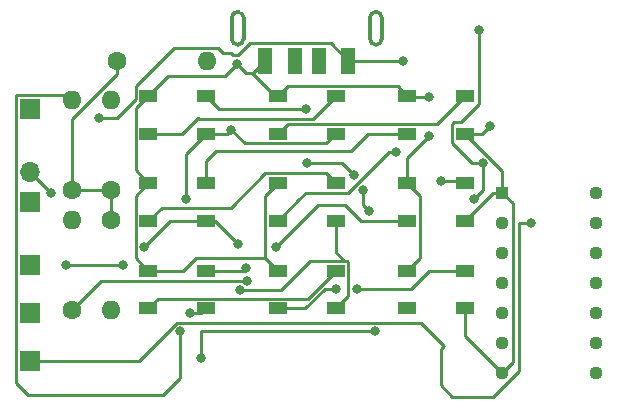
<source format=gbr>
%TF.GenerationSoftware,KiCad,Pcbnew,(6.0.5)*%
%TF.CreationDate,2022-11-09T18:14:35+05:30*%
%TF.ProjectId,USBNightLightV1,5553424e-6967-4687-944c-696768745631,rev?*%
%TF.SameCoordinates,Original*%
%TF.FileFunction,Copper,L1,Top*%
%TF.FilePolarity,Positive*%
%FSLAX46Y46*%
G04 Gerber Fmt 4.6, Leading zero omitted, Abs format (unit mm)*
G04 Created by KiCad (PCBNEW (6.0.5)) date 2022-11-09 18:14:35*
%MOMM*%
%LPD*%
G01*
G04 APERTURE LIST*
%TA.AperFunction,EtchedComponent*%
%ADD10C,0.300000*%
%TD*%
%TA.AperFunction,SMDPad,CuDef*%
%ADD11R,1.500000X1.000000*%
%TD*%
%TA.AperFunction,ComponentPad*%
%ADD12R,1.700000X1.700000*%
%TD*%
%TA.AperFunction,ComponentPad*%
%ADD13O,1.700000X1.700000*%
%TD*%
%TA.AperFunction,ComponentPad*%
%ADD14C,1.600000*%
%TD*%
%TA.AperFunction,ComponentPad*%
%ADD15O,1.600000X1.600000*%
%TD*%
%TA.AperFunction,ComponentPad*%
%ADD16R,1.130000X1.130000*%
%TD*%
%TA.AperFunction,ComponentPad*%
%ADD17C,1.130000*%
%TD*%
%TA.AperFunction,SMDPad,CuDef*%
%ADD18R,1.200000X2.300000*%
%TD*%
%TA.AperFunction,SMDPad,CuDef*%
%ADD19R,0.200000X0.200000*%
%TD*%
%TA.AperFunction,ViaPad*%
%ADD20C,0.800000*%
%TD*%
%TA.AperFunction,Conductor*%
%ADD21C,0.250000*%
%TD*%
G04 APERTURE END LIST*
D10*
%TO.C,J1*%
X148919025Y-71296100D02*
X148919025Y-69496100D01*
X149919025Y-69496100D02*
X149919025Y-71296100D01*
X137219025Y-71296100D02*
X137219025Y-69496100D01*
X138219025Y-69496100D02*
X138219025Y-71296100D01*
X149919025Y-69496100D02*
G75*
G03*
X149419025Y-68996100I-500001J-1D01*
G01*
X148919025Y-71296100D02*
G75*
G03*
X149419025Y-71796100I500001J1D01*
G01*
X149419025Y-68996100D02*
G75*
G03*
X148919025Y-69496100I1J-500001D01*
G01*
X149419025Y-71796100D02*
G75*
G03*
X149919025Y-71296100I-1J500001D01*
G01*
X137719025Y-71796100D02*
G75*
G03*
X138219025Y-71296100I0J500000D01*
G01*
X137219025Y-71296100D02*
G75*
G03*
X137719025Y-71796100I500000J0D01*
G01*
X138219025Y-69496100D02*
G75*
G03*
X137719025Y-68996100I-500000J0D01*
G01*
X137719025Y-68996100D02*
G75*
G03*
X137219025Y-69496100I0J-500000D01*
G01*
%TD*%
D11*
%TO.P,D5,1,VSS*%
%TO.N,GND*%
X146019000Y-86713000D03*
%TO.P,D5,2,DIN*%
%TO.N,Net-(D4-Pad4)*%
X146019000Y-83513000D03*
%TO.P,D5,3,VDD*%
%TO.N,VCC*%
X141119000Y-83513000D03*
%TO.P,D5,4,DOUT*%
%TO.N,Net-(D5-Pad4)*%
X141119000Y-86713000D03*
%TD*%
%TO.P,D3,1,VSS*%
%TO.N,GND*%
X156978000Y-79313000D03*
%TO.P,D3,2,DIN*%
%TO.N,Net-(D2-Pad4)*%
X156978000Y-76113000D03*
%TO.P,D3,3,VDD*%
%TO.N,VCC*%
X152078000Y-76113000D03*
%TO.P,D3,4,DOUT*%
%TO.N,Net-(D3-Pad4)*%
X152078000Y-79313000D03*
%TD*%
D12*
%TO.P,J5,1,Pin_1*%
%TO.N,GPIO0*%
X120142000Y-85095000D03*
D13*
%TO.P,J5,2,Pin_2*%
%TO.N,GND*%
X120142000Y-82555000D03*
%TD*%
D11*
%TO.P,D4,1,VSS*%
%TO.N,GND*%
X135060000Y-86713000D03*
%TO.P,D4,2,DIN*%
%TO.N,Net-(D3-Pad4)*%
X135060000Y-83513000D03*
%TO.P,D4,3,VDD*%
%TO.N,VCC*%
X130160000Y-83513000D03*
%TO.P,D4,4,DOUT*%
%TO.N,Net-(D4-Pad4)*%
X130160000Y-86713000D03*
%TD*%
%TO.P,D8,1,VSS*%
%TO.N,GND*%
X146019000Y-94113000D03*
%TO.P,D8,2,DIN*%
%TO.N,Net-(D7-Pad4)*%
X146019000Y-90913000D03*
%TO.P,D8,3,VDD*%
%TO.N,VCC*%
X141119000Y-90913000D03*
%TO.P,D8,4,DOUT*%
%TO.N,Net-(D8-Pad4)*%
X141119000Y-94113000D03*
%TD*%
%TO.P,D2,1,VSS*%
%TO.N,GND*%
X146019000Y-79313000D03*
%TO.P,D2,2,DIN*%
%TO.N,Net-(D1-Pad4)*%
X146019000Y-76113000D03*
%TO.P,D2,3,VDD*%
%TO.N,VCC*%
X141119000Y-76113000D03*
%TO.P,D2,4,DOUT*%
%TO.N,Net-(D2-Pad4)*%
X141119000Y-79313000D03*
%TD*%
D14*
%TO.P,R3,1*%
%TO.N,3.3V*%
X127000000Y-84074000D03*
D15*
%TO.P,R3,2*%
%TO.N,GPIO0*%
X127000000Y-76454000D03*
%TD*%
D12*
%TO.P,J4,1,Pin_1*%
%TO.N,Net-(J4-Pad1)*%
X120142000Y-94488000D03*
%TD*%
D16*
%TO.P,IC1,1,1~{OE}*%
%TO.N,GND*%
X160114000Y-84328000D03*
D17*
%TO.P,IC1,2,1A*%
%TO.N,DataI{slash}P*%
X160114000Y-86868000D03*
%TO.P,IC1,3,1Y*%
%TO.N,DataO{slash}P*%
X160114000Y-89408000D03*
%TO.P,IC1,4,2~{OE}*%
%TO.N,unconnected-(IC1-Pad4)*%
X160114000Y-91948000D03*
%TO.P,IC1,5,2A*%
%TO.N,unconnected-(IC1-Pad5)*%
X160114000Y-94488000D03*
%TO.P,IC1,6,2Y*%
%TO.N,unconnected-(IC1-Pad6)*%
X160114000Y-97028000D03*
%TO.P,IC1,7,GND*%
%TO.N,GND*%
X160114000Y-99568000D03*
%TO.P,IC1,8,3Y*%
%TO.N,unconnected-(IC1-Pad8)*%
X168054000Y-99568000D03*
%TO.P,IC1,9,3A*%
%TO.N,unconnected-(IC1-Pad9)*%
X168054000Y-97028000D03*
%TO.P,IC1,10,3~{OE}*%
%TO.N,unconnected-(IC1-Pad10)*%
X168054000Y-94488000D03*
%TO.P,IC1,11,4Y*%
%TO.N,unconnected-(IC1-Pad11)*%
X168054000Y-91948000D03*
%TO.P,IC1,12,4A*%
%TO.N,unconnected-(IC1-Pad12)*%
X168054000Y-89408000D03*
%TO.P,IC1,13,4~{OE}*%
%TO.N,unconnected-(IC1-Pad13)*%
X168054000Y-86868000D03*
%TO.P,IC1,14,VCC*%
%TO.N,VCC*%
X168054000Y-84328000D03*
%TD*%
D12*
%TO.P,J3,1,Pin_1*%
%TO.N,Net-(J3-Pad1)*%
X120142000Y-90424000D03*
%TD*%
D14*
%TO.P,R4,1*%
%TO.N,Net-(R4-Pad1)*%
X123698000Y-94234000D03*
D15*
%TO.P,R4,2*%
%TO.N,GND*%
X123698000Y-86614000D03*
%TD*%
D12*
%TO.P,J2,1,Pin_1*%
%TO.N,Net-(J2-Pad1)*%
X120142000Y-77216000D03*
%TD*%
D11*
%TO.P,D9,1,VSS*%
%TO.N,GND*%
X156978000Y-94113000D03*
%TO.P,D9,2,DIN*%
%TO.N,Net-(D8-Pad4)*%
X156978000Y-90913000D03*
%TO.P,D9,3,VDD*%
%TO.N,VCC*%
X152078000Y-90913000D03*
%TO.P,D9,4,DOUT*%
%TO.N,unconnected-(D9-Pad4)*%
X152078000Y-94113000D03*
%TD*%
%TO.P,D6,1,VSS*%
%TO.N,GND*%
X156978000Y-86713000D03*
%TO.P,D6,2,DIN*%
%TO.N,Net-(D5-Pad4)*%
X156978000Y-83513000D03*
%TO.P,D6,3,VDD*%
%TO.N,VCC*%
X152078000Y-83513000D03*
%TO.P,D6,4,DOUT*%
%TO.N,Net-(D6-Pad4)*%
X152078000Y-86713000D03*
%TD*%
D14*
%TO.P,R2,1*%
%TO.N,3.3V*%
X123698000Y-84074000D03*
D15*
%TO.P,R2,2*%
%TO.N,Net-(R2-Pad2)*%
X123698000Y-76454000D03*
%TD*%
D14*
%TO.P,R5,1*%
%TO.N,3.3V*%
X127508000Y-73152000D03*
D15*
%TO.P,R5,2*%
%TO.N,Net-(J4-Pad1)*%
X135128000Y-73152000D03*
%TD*%
D18*
%TO.P,J1,1,VBUS*%
%TO.N,VCC*%
X140069025Y-73146100D03*
%TO.P,J1,2,D-*%
%TO.N,unconnected-(J1-Pad2)*%
X142569025Y-73146100D03*
%TO.P,J1,3,D+*%
%TO.N,unconnected-(J1-Pad3)*%
X144569025Y-73146100D03*
%TO.P,J1,4,GND*%
%TO.N,GND*%
X147069025Y-73146100D03*
D19*
%TO.P,J1,5,SHIELD*%
X149419025Y-71796100D03*
%TO.P,J1,6,SHIELD*%
X137719025Y-71796100D03*
%TD*%
D11*
%TO.P,D1,1,VSS*%
%TO.N,GND*%
X135060000Y-79313000D03*
%TO.P,D1,2,DIN*%
%TO.N,DataO{slash}P*%
X135060000Y-76113000D03*
%TO.P,D1,3,VDD*%
%TO.N,VCC*%
X130160000Y-76113000D03*
%TO.P,D1,4,DOUT*%
%TO.N,Net-(D1-Pad4)*%
X130160000Y-79313000D03*
%TD*%
%TO.P,D7,1,VSS*%
%TO.N,GND*%
X135060000Y-94113000D03*
%TO.P,D7,2,DIN*%
%TO.N,Net-(D6-Pad4)*%
X135060000Y-90913000D03*
%TO.P,D7,3,VDD*%
%TO.N,VCC*%
X130160000Y-90913000D03*
%TO.P,D7,4,DOUT*%
%TO.N,Net-(D7-Pad4)*%
X130160000Y-94113000D03*
%TD*%
D12*
%TO.P,J6,1,Pin_1*%
%TO.N,DataI{slash}P*%
X120142000Y-98552000D03*
%TD*%
D14*
%TO.P,R1,1*%
%TO.N,3.3V*%
X127000000Y-86614000D03*
D15*
%TO.P,R1,2*%
%TO.N,Net-(R1-Pad2)*%
X127000000Y-94234000D03*
%TD*%
D20*
%TO.N,GND*%
X159060000Y-78650000D03*
%TO.N,Net-(J4-Pad1)*%
X158170000Y-70510000D03*
%TO.N,GND*%
X151675900Y-73146100D03*
%TO.N,VCC*%
X137668000Y-73406000D03*
X153924000Y-76200000D03*
X153924000Y-79502000D03*
%TO.N,GND*%
X137774162Y-88689269D03*
X133350000Y-84836000D03*
X121926799Y-84334799D03*
X137160000Y-78994000D03*
X125984000Y-77978000D03*
X133667312Y-94539286D03*
X129809989Y-88900000D03*
X137922000Y-92563989D03*
%TO.N,DataO{slash}P*%
X143510000Y-77216000D03*
%TO.N,Net-(D5-Pad4)*%
X151130000Y-80863498D03*
X154940000Y-83312000D03*
%TO.N,Net-(D6-Pad4)*%
X140970000Y-88900000D03*
X138430000Y-90678000D03*
%TO.N,Net-(D8-Pad4)*%
X147818011Y-92456000D03*
X146050000Y-92456000D03*
%TO.N,DataI{slash}P*%
X162560000Y-86868000D03*
%TO.N,Net-(J2-Pad1)*%
X134620000Y-98298000D03*
X149352000Y-96063011D03*
%TO.N,Net-(J3-Pad1)*%
X148340299Y-84078299D03*
X123190000Y-90424000D03*
X143624850Y-81813982D03*
X148844000Y-85852000D03*
X147569701Y-82799701D03*
X128016000Y-90424000D03*
%TO.N,Net-(J4-Pad1)*%
X158462201Y-81821799D03*
X157734000Y-84836000D03*
%TO.N,Net-(R2-Pad2)*%
X132842000Y-96063011D03*
%TO.N,Net-(R4-Pad1)*%
X138528649Y-91769646D03*
%TD*%
D21*
%TO.N,GND*%
X158397000Y-79313000D02*
X159060000Y-78650000D01*
X156978000Y-79313000D02*
X158397000Y-79313000D01*
%TO.N,Net-(J4-Pad1)*%
X157587777Y-81821799D02*
X158462201Y-81821799D01*
X155903489Y-80137511D02*
X157587777Y-81821799D01*
X156051978Y-78340000D02*
X155903489Y-78488489D01*
X158170000Y-76820022D02*
X156650022Y-78340000D01*
X156650022Y-78340000D02*
X156051978Y-78340000D01*
X158170000Y-70510000D02*
X158170000Y-76820022D01*
X155903489Y-78488489D02*
X155903489Y-80137511D01*
%TO.N,VCC*%
X152078000Y-83513000D02*
X152078000Y-81348000D01*
X130160000Y-83513000D02*
X129085489Y-84587511D01*
X140044489Y-89838489D02*
X140044489Y-84587511D01*
X141943511Y-75288489D02*
X141119000Y-76113000D01*
X131851000Y-74422000D02*
X136652000Y-74422000D01*
X152078000Y-81348000D02*
X153924000Y-79502000D01*
X151253489Y-75288489D02*
X141943511Y-75288489D01*
X129085489Y-77187511D02*
X130160000Y-76113000D01*
X136652000Y-74422000D02*
X137668000Y-73406000D01*
X129085489Y-84587511D02*
X129085489Y-89838489D01*
X138938000Y-74168000D02*
X139047125Y-74168000D01*
X153924000Y-76200000D02*
X152165000Y-76200000D01*
X129085489Y-89838489D02*
X130160000Y-90913000D01*
X130160000Y-76113000D02*
X131851000Y-74422000D01*
X152078000Y-83513000D02*
X153152511Y-84587511D01*
X134189511Y-89838489D02*
X140044489Y-89838489D01*
X153152511Y-89838489D02*
X152078000Y-90913000D01*
X153152511Y-84587511D02*
X153152511Y-89838489D01*
X130160000Y-83513000D02*
X129085489Y-82438489D01*
X152165000Y-76200000D02*
X152078000Y-76113000D01*
X139047125Y-74168000D02*
X140069025Y-73146100D01*
X140044489Y-84587511D02*
X141119000Y-83513000D01*
X141119000Y-90913000D02*
X140044489Y-89838489D01*
X130160000Y-90913000D02*
X133115000Y-90913000D01*
X152078000Y-76113000D02*
X151253489Y-75288489D01*
X141119000Y-76113000D02*
X140883000Y-76113000D01*
X133115000Y-90913000D02*
X134189511Y-89838489D01*
X140883000Y-76113000D02*
X138938000Y-74168000D01*
X138430000Y-74168000D02*
X138938000Y-74168000D01*
X137668000Y-73406000D02*
X138430000Y-74168000D01*
X129085489Y-82438489D02*
X129085489Y-77187511D01*
%TO.N,GND*%
X161003511Y-98678489D02*
X161003511Y-85217511D01*
X156978000Y-94113000D02*
X156978000Y-96432000D01*
X160114000Y-84328000D02*
X160114000Y-82449000D01*
X147093511Y-93038489D02*
X147093511Y-90197511D01*
X125984000Y-77978000D02*
X127508000Y-77978000D01*
X131996989Y-86713000D02*
X129809989Y-88900000D01*
X136500326Y-72492326D02*
X137131117Y-72492326D01*
X143845511Y-90088489D02*
X141370011Y-92563989D01*
X138303511Y-80137511D02*
X137160000Y-78994000D01*
X129085489Y-76400511D02*
X129085489Y-75288489D01*
X132346489Y-72027489D02*
X136035489Y-72027489D01*
X145594514Y-71671589D02*
X138726675Y-71671589D01*
X160114000Y-82449000D02*
X156978000Y-79313000D01*
X135797893Y-86713000D02*
X137774162Y-88689269D01*
X121926799Y-84334799D02*
X121921799Y-84334799D01*
X137131117Y-72492326D02*
X137282791Y-72644000D01*
X135060000Y-79313000D02*
X136841000Y-79313000D01*
X160114000Y-99568000D02*
X161003511Y-98678489D01*
X133350000Y-81023000D02*
X133350000Y-84836000D01*
X146984489Y-90088489D02*
X146730489Y-90088489D01*
X161003511Y-85217511D02*
X160114000Y-84328000D01*
X129085489Y-75288489D02*
X132346489Y-72027489D01*
X146019000Y-79313000D02*
X145194489Y-80137511D01*
X146019000Y-94113000D02*
X147093511Y-93038489D01*
X145194489Y-80137511D02*
X138303511Y-80137511D01*
X159363000Y-84328000D02*
X156978000Y-86713000D01*
X138726675Y-71671589D02*
X137754264Y-72644000D01*
X135060000Y-86713000D02*
X131996989Y-86713000D01*
X134633714Y-94539286D02*
X135060000Y-94113000D01*
X127508000Y-77978000D02*
X129085489Y-76400511D01*
X136035489Y-72027489D02*
X136500326Y-72492326D01*
X160114000Y-84328000D02*
X159363000Y-84328000D01*
X135060000Y-79313000D02*
X133350000Y-81023000D01*
X133667312Y-94539286D02*
X134633714Y-94539286D01*
X141370011Y-92563989D02*
X137922000Y-92563989D01*
X147093511Y-90197511D02*
X146984489Y-90088489D01*
X146730489Y-90088489D02*
X143845511Y-90088489D01*
X146019000Y-86713000D02*
X146019000Y-89377000D01*
X121921799Y-84334799D02*
X120142000Y-82555000D01*
X137754264Y-72644000D02*
X137282791Y-72644000D01*
X136841000Y-79313000D02*
X137160000Y-78994000D01*
X151675900Y-73146100D02*
X147069025Y-73146100D01*
X135060000Y-86713000D02*
X135797893Y-86713000D01*
X156978000Y-96432000D02*
X160114000Y-99568000D01*
X146019000Y-89377000D02*
X146730489Y-90088489D01*
X147069025Y-73146100D02*
X145594514Y-71671589D01*
%TO.N,3.3V*%
X127000000Y-84074000D02*
X127000000Y-86614000D01*
X123698000Y-78093370D02*
X123698000Y-84074000D01*
X127508000Y-74283370D02*
X123698000Y-78093370D01*
X123698000Y-84074000D02*
X127000000Y-84074000D01*
X127508000Y-73152000D02*
X127508000Y-74283370D01*
%TO.N,DataO{slash}P*%
X135060000Y-76113000D02*
X136163000Y-77216000D01*
X136163000Y-77216000D02*
X143510000Y-77216000D01*
%TO.N,Net-(D1-Pad4)*%
X146019000Y-76113000D02*
X144093031Y-78038969D01*
X144093031Y-78038969D02*
X134435009Y-78038969D01*
X134366000Y-77978000D02*
X133031000Y-79313000D01*
X133031000Y-79313000D02*
X130160000Y-79313000D01*
X134435009Y-78038969D02*
X134374040Y-77978000D01*
X134374040Y-77978000D02*
X134366000Y-77978000D01*
%TO.N,Net-(D2-Pad4)*%
X154602511Y-78488489D02*
X141943511Y-78488489D01*
X141943511Y-78488489D02*
X141119000Y-79313000D01*
X156978000Y-76113000D02*
X154602511Y-78488489D01*
%TO.N,Net-(D3-Pad4)*%
X147320000Y-80772000D02*
X135890000Y-80772000D01*
X148779000Y-79313000D02*
X147320000Y-80772000D01*
X152078000Y-79313000D02*
X148779000Y-79313000D01*
X135890000Y-80772000D02*
X135060000Y-81602000D01*
X135060000Y-81602000D02*
X135060000Y-83513000D01*
%TO.N,Net-(D4-Pad4)*%
X140044489Y-82688489D02*
X145194489Y-82688489D01*
X137134978Y-85598000D02*
X140044489Y-82688489D01*
X131275000Y-85598000D02*
X137134978Y-85598000D01*
X130160000Y-86713000D02*
X131275000Y-85598000D01*
X145194489Y-82688489D02*
X146019000Y-83513000D01*
%TO.N,Net-(D5-Pad4)*%
X154940000Y-83312000D02*
X156777000Y-83312000D01*
X142937520Y-84894480D02*
X142943520Y-84894480D01*
X141119000Y-86713000D02*
X142937520Y-84894480D01*
X143510000Y-84328000D02*
X143519511Y-84337511D01*
X150530502Y-80863498D02*
X151130000Y-80863498D01*
X142943520Y-84894480D02*
X143510000Y-84328000D01*
X156777000Y-83312000D02*
X156978000Y-83513000D01*
X143519511Y-84337511D02*
X147056489Y-84337511D01*
X147056489Y-84337511D02*
X150530502Y-80863498D01*
%TO.N,Net-(D6-Pad4)*%
X138430000Y-90678000D02*
X138195000Y-90913000D01*
X144526000Y-85344000D02*
X140970000Y-88900000D01*
X152078000Y-86713000D02*
X148181000Y-86713000D01*
X148181000Y-86713000D02*
X146812000Y-85344000D01*
X138195000Y-90913000D02*
X135060000Y-90913000D01*
X146812000Y-85344000D02*
X144526000Y-85344000D01*
%TO.N,Net-(D7-Pad4)*%
X130984511Y-93288489D02*
X130160000Y-94113000D01*
X146019000Y-90913000D02*
X143643511Y-93288489D01*
X143643511Y-93288489D02*
X130984511Y-93288489D01*
%TO.N,Net-(D8-Pad4)*%
X152908000Y-91948000D02*
X152400000Y-92456000D01*
X152400000Y-92456000D02*
X147818011Y-92456000D01*
X153943000Y-90913000D02*
X152908000Y-91948000D01*
X145111718Y-92456000D02*
X146050000Y-92456000D01*
X156978000Y-90913000D02*
X153943000Y-90913000D01*
X141119000Y-94113000D02*
X143454718Y-94113000D01*
X143454718Y-94113000D02*
X145111718Y-92456000D01*
%TO.N,DataI{slash}P*%
X159339960Y-101600000D02*
X161544000Y-99395960D01*
X155899133Y-101600000D02*
X159339960Y-101600000D01*
X161544000Y-99395960D02*
X161544000Y-86868000D01*
X153250500Y-95338500D02*
X155194000Y-97282000D01*
X132541897Y-95338500D02*
X153250500Y-95338500D01*
X120142000Y-98552000D02*
X129328397Y-98552000D01*
X155194000Y-97282000D02*
X154940000Y-97536000D01*
X129328397Y-98552000D02*
X132541897Y-95338500D01*
X161544000Y-86868000D02*
X162560000Y-86868000D01*
X154940000Y-97536000D02*
X154940000Y-100640867D01*
X154940000Y-100640867D02*
X155899133Y-101600000D01*
%TO.N,Net-(J2-Pad1)*%
X134671011Y-96063011D02*
X134620000Y-96012000D01*
X134620000Y-96012000D02*
X134620000Y-98298000D01*
X149352000Y-96063011D02*
X134671011Y-96063011D01*
%TO.N,Net-(J3-Pad1)*%
X148340299Y-85348299D02*
X148844000Y-85852000D01*
X148340299Y-84078299D02*
X148340299Y-85348299D01*
X123190000Y-90424000D02*
X128016000Y-90424000D01*
X143624850Y-81813982D02*
X146583982Y-81813982D01*
X146583982Y-81813982D02*
X147569701Y-82799701D01*
%TO.N,Net-(J4-Pad1)*%
X157734000Y-84836000D02*
X158462201Y-84107799D01*
X158462201Y-84107799D02*
X158462201Y-81821799D01*
%TO.N,Net-(R2-Pad2)*%
X132842000Y-96063011D02*
X132842000Y-99996867D01*
X118967489Y-76041489D02*
X118967489Y-100425489D01*
X131388346Y-101450521D02*
X119992521Y-101450521D01*
X132842000Y-99996867D02*
X131388346Y-101450521D01*
X123285489Y-76041489D02*
X123698000Y-76454000D01*
X118967489Y-100425489D02*
X119992521Y-101450521D01*
X118967489Y-76041489D02*
X123285489Y-76041489D01*
%TO.N,Net-(R4-Pad1)*%
X123698000Y-94234000D02*
X126162354Y-91769646D01*
X126162354Y-91769646D02*
X138528649Y-91769646D01*
%TD*%
M02*

</source>
